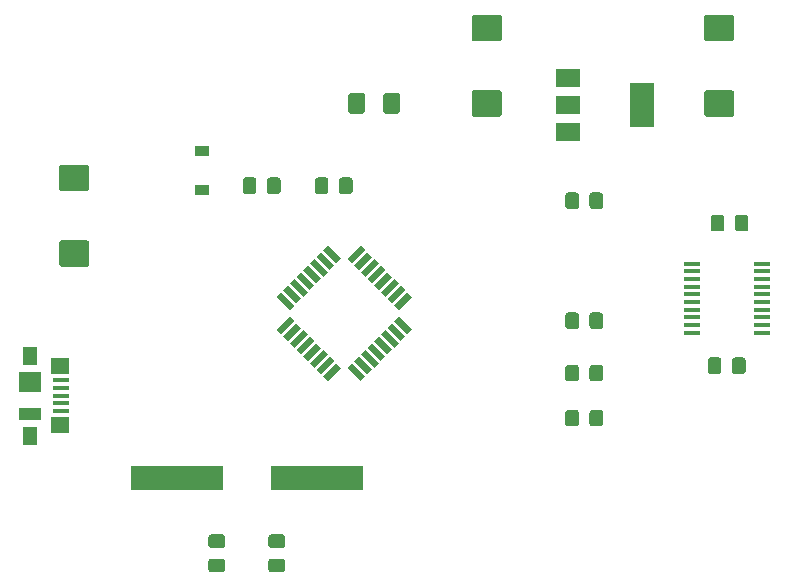
<source format=gbr>
%TF.GenerationSoftware,KiCad,Pcbnew,5.1.5-1.fc31*%
%TF.CreationDate,2020-04-02T16:35:23+02:00*%
%TF.ProjectId,avrisp-mkII-clone,61767269-7370-42d6-9d6b-49492d636c6f,1.0*%
%TF.SameCoordinates,PX54c81a0PY82ce540*%
%TF.FileFunction,Paste,Top*%
%TF.FilePolarity,Positive*%
%FSLAX46Y46*%
G04 Gerber Fmt 4.6, Leading zero omitted, Abs format (unit mm)*
G04 Created by KiCad (PCBNEW 5.1.5-1.fc31) date 2020-04-02 16:35:23*
%MOMM*%
%LPD*%
G04 APERTURE LIST*
%ADD10R,1.200000X0.900000*%
%ADD11C,0.150000*%
%ADD12R,1.380000X0.450000*%
%ADD13R,1.550000X1.425000*%
%ADD14R,1.300000X1.650000*%
%ADD15R,1.900000X1.800000*%
%ADD16R,1.900000X1.000000*%
%ADD17R,2.000000X3.800000*%
%ADD18R,2.000000X1.500000*%
%ADD19R,1.450000X0.450000*%
%ADD20R,7.875000X2.000000*%
G04 APERTURE END LIST*
D10*
%TO.C,D1*%
X15875000Y35180000D03*
X15875000Y38480000D03*
%TD*%
D11*
%TO.C,C9*%
G36*
X41054505Y50043796D02*
G01*
X41078773Y50040196D01*
X41102572Y50034235D01*
X41125671Y50025970D01*
X41147850Y50015480D01*
X41168893Y50002868D01*
X41188599Y49988253D01*
X41206777Y49971777D01*
X41223253Y49953599D01*
X41237868Y49933893D01*
X41250480Y49912850D01*
X41260970Y49890671D01*
X41269235Y49867572D01*
X41275196Y49843773D01*
X41278796Y49819505D01*
X41280000Y49795001D01*
X41280000Y48044999D01*
X41278796Y48020495D01*
X41275196Y47996227D01*
X41269235Y47972428D01*
X41260970Y47949329D01*
X41250480Y47927150D01*
X41237868Y47906107D01*
X41223253Y47886401D01*
X41206777Y47868223D01*
X41188599Y47851747D01*
X41168893Y47837132D01*
X41147850Y47824520D01*
X41125671Y47814030D01*
X41102572Y47805765D01*
X41078773Y47799804D01*
X41054505Y47796204D01*
X41030001Y47795000D01*
X38979999Y47795000D01*
X38955495Y47796204D01*
X38931227Y47799804D01*
X38907428Y47805765D01*
X38884329Y47814030D01*
X38862150Y47824520D01*
X38841107Y47837132D01*
X38821401Y47851747D01*
X38803223Y47868223D01*
X38786747Y47886401D01*
X38772132Y47906107D01*
X38759520Y47927150D01*
X38749030Y47949329D01*
X38740765Y47972428D01*
X38734804Y47996227D01*
X38731204Y48020495D01*
X38730000Y48044999D01*
X38730000Y49795001D01*
X38731204Y49819505D01*
X38734804Y49843773D01*
X38740765Y49867572D01*
X38749030Y49890671D01*
X38759520Y49912850D01*
X38772132Y49933893D01*
X38786747Y49953599D01*
X38803223Y49971777D01*
X38821401Y49988253D01*
X38841107Y50002868D01*
X38862150Y50015480D01*
X38884329Y50025970D01*
X38907428Y50034235D01*
X38931227Y50040196D01*
X38955495Y50043796D01*
X38979999Y50045000D01*
X41030001Y50045000D01*
X41054505Y50043796D01*
G37*
G36*
X41054505Y43643796D02*
G01*
X41078773Y43640196D01*
X41102572Y43634235D01*
X41125671Y43625970D01*
X41147850Y43615480D01*
X41168893Y43602868D01*
X41188599Y43588253D01*
X41206777Y43571777D01*
X41223253Y43553599D01*
X41237868Y43533893D01*
X41250480Y43512850D01*
X41260970Y43490671D01*
X41269235Y43467572D01*
X41275196Y43443773D01*
X41278796Y43419505D01*
X41280000Y43395001D01*
X41280000Y41644999D01*
X41278796Y41620495D01*
X41275196Y41596227D01*
X41269235Y41572428D01*
X41260970Y41549329D01*
X41250480Y41527150D01*
X41237868Y41506107D01*
X41223253Y41486401D01*
X41206777Y41468223D01*
X41188599Y41451747D01*
X41168893Y41437132D01*
X41147850Y41424520D01*
X41125671Y41414030D01*
X41102572Y41405765D01*
X41078773Y41399804D01*
X41054505Y41396204D01*
X41030001Y41395000D01*
X38979999Y41395000D01*
X38955495Y41396204D01*
X38931227Y41399804D01*
X38907428Y41405765D01*
X38884329Y41414030D01*
X38862150Y41424520D01*
X38841107Y41437132D01*
X38821401Y41451747D01*
X38803223Y41468223D01*
X38786747Y41486401D01*
X38772132Y41506107D01*
X38759520Y41527150D01*
X38749030Y41549329D01*
X38740765Y41572428D01*
X38734804Y41596227D01*
X38731204Y41620495D01*
X38730000Y41644999D01*
X38730000Y43395001D01*
X38731204Y43419505D01*
X38734804Y43443773D01*
X38740765Y43467572D01*
X38749030Y43490671D01*
X38759520Y43512850D01*
X38772132Y43533893D01*
X38786747Y43553599D01*
X38803223Y43571777D01*
X38821401Y43588253D01*
X38841107Y43602868D01*
X38862150Y43615480D01*
X38884329Y43625970D01*
X38907428Y43634235D01*
X38931227Y43640196D01*
X38955495Y43643796D01*
X38979999Y43645000D01*
X41030001Y43645000D01*
X41054505Y43643796D01*
G37*
%TD*%
%TO.C,C8*%
G36*
X60739505Y50043796D02*
G01*
X60763773Y50040196D01*
X60787572Y50034235D01*
X60810671Y50025970D01*
X60832850Y50015480D01*
X60853893Y50002868D01*
X60873599Y49988253D01*
X60891777Y49971777D01*
X60908253Y49953599D01*
X60922868Y49933893D01*
X60935480Y49912850D01*
X60945970Y49890671D01*
X60954235Y49867572D01*
X60960196Y49843773D01*
X60963796Y49819505D01*
X60965000Y49795001D01*
X60965000Y48044999D01*
X60963796Y48020495D01*
X60960196Y47996227D01*
X60954235Y47972428D01*
X60945970Y47949329D01*
X60935480Y47927150D01*
X60922868Y47906107D01*
X60908253Y47886401D01*
X60891777Y47868223D01*
X60873599Y47851747D01*
X60853893Y47837132D01*
X60832850Y47824520D01*
X60810671Y47814030D01*
X60787572Y47805765D01*
X60763773Y47799804D01*
X60739505Y47796204D01*
X60715001Y47795000D01*
X58664999Y47795000D01*
X58640495Y47796204D01*
X58616227Y47799804D01*
X58592428Y47805765D01*
X58569329Y47814030D01*
X58547150Y47824520D01*
X58526107Y47837132D01*
X58506401Y47851747D01*
X58488223Y47868223D01*
X58471747Y47886401D01*
X58457132Y47906107D01*
X58444520Y47927150D01*
X58434030Y47949329D01*
X58425765Y47972428D01*
X58419804Y47996227D01*
X58416204Y48020495D01*
X58415000Y48044999D01*
X58415000Y49795001D01*
X58416204Y49819505D01*
X58419804Y49843773D01*
X58425765Y49867572D01*
X58434030Y49890671D01*
X58444520Y49912850D01*
X58457132Y49933893D01*
X58471747Y49953599D01*
X58488223Y49971777D01*
X58506401Y49988253D01*
X58526107Y50002868D01*
X58547150Y50015480D01*
X58569329Y50025970D01*
X58592428Y50034235D01*
X58616227Y50040196D01*
X58640495Y50043796D01*
X58664999Y50045000D01*
X60715001Y50045000D01*
X60739505Y50043796D01*
G37*
G36*
X60739505Y43643796D02*
G01*
X60763773Y43640196D01*
X60787572Y43634235D01*
X60810671Y43625970D01*
X60832850Y43615480D01*
X60853893Y43602868D01*
X60873599Y43588253D01*
X60891777Y43571777D01*
X60908253Y43553599D01*
X60922868Y43533893D01*
X60935480Y43512850D01*
X60945970Y43490671D01*
X60954235Y43467572D01*
X60960196Y43443773D01*
X60963796Y43419505D01*
X60965000Y43395001D01*
X60965000Y41644999D01*
X60963796Y41620495D01*
X60960196Y41596227D01*
X60954235Y41572428D01*
X60945970Y41549329D01*
X60935480Y41527150D01*
X60922868Y41506107D01*
X60908253Y41486401D01*
X60891777Y41468223D01*
X60873599Y41451747D01*
X60853893Y41437132D01*
X60832850Y41424520D01*
X60810671Y41414030D01*
X60787572Y41405765D01*
X60763773Y41399804D01*
X60739505Y41396204D01*
X60715001Y41395000D01*
X58664999Y41395000D01*
X58640495Y41396204D01*
X58616227Y41399804D01*
X58592428Y41405765D01*
X58569329Y41414030D01*
X58547150Y41424520D01*
X58526107Y41437132D01*
X58506401Y41451747D01*
X58488223Y41468223D01*
X58471747Y41486401D01*
X58457132Y41506107D01*
X58444520Y41527150D01*
X58434030Y41549329D01*
X58425765Y41572428D01*
X58419804Y41596227D01*
X58416204Y41620495D01*
X58415000Y41644999D01*
X58415000Y43395001D01*
X58416204Y43419505D01*
X58419804Y43443773D01*
X58425765Y43467572D01*
X58434030Y43490671D01*
X58444520Y43512850D01*
X58457132Y43533893D01*
X58471747Y43553599D01*
X58488223Y43571777D01*
X58506401Y43588253D01*
X58526107Y43602868D01*
X58547150Y43615480D01*
X58569329Y43625970D01*
X58592428Y43634235D01*
X58616227Y43640196D01*
X58640495Y43643796D01*
X58664999Y43645000D01*
X60715001Y43645000D01*
X60739505Y43643796D01*
G37*
%TD*%
%TO.C,C6*%
G36*
X6129505Y30943796D02*
G01*
X6153773Y30940196D01*
X6177572Y30934235D01*
X6200671Y30925970D01*
X6222850Y30915480D01*
X6243893Y30902868D01*
X6263599Y30888253D01*
X6281777Y30871777D01*
X6298253Y30853599D01*
X6312868Y30833893D01*
X6325480Y30812850D01*
X6335970Y30790671D01*
X6344235Y30767572D01*
X6350196Y30743773D01*
X6353796Y30719505D01*
X6355000Y30695001D01*
X6355000Y28944999D01*
X6353796Y28920495D01*
X6350196Y28896227D01*
X6344235Y28872428D01*
X6335970Y28849329D01*
X6325480Y28827150D01*
X6312868Y28806107D01*
X6298253Y28786401D01*
X6281777Y28768223D01*
X6263599Y28751747D01*
X6243893Y28737132D01*
X6222850Y28724520D01*
X6200671Y28714030D01*
X6177572Y28705765D01*
X6153773Y28699804D01*
X6129505Y28696204D01*
X6105001Y28695000D01*
X4054999Y28695000D01*
X4030495Y28696204D01*
X4006227Y28699804D01*
X3982428Y28705765D01*
X3959329Y28714030D01*
X3937150Y28724520D01*
X3916107Y28737132D01*
X3896401Y28751747D01*
X3878223Y28768223D01*
X3861747Y28786401D01*
X3847132Y28806107D01*
X3834520Y28827150D01*
X3824030Y28849329D01*
X3815765Y28872428D01*
X3809804Y28896227D01*
X3806204Y28920495D01*
X3805000Y28944999D01*
X3805000Y30695001D01*
X3806204Y30719505D01*
X3809804Y30743773D01*
X3815765Y30767572D01*
X3824030Y30790671D01*
X3834520Y30812850D01*
X3847132Y30833893D01*
X3861747Y30853599D01*
X3878223Y30871777D01*
X3896401Y30888253D01*
X3916107Y30902868D01*
X3937150Y30915480D01*
X3959329Y30925970D01*
X3982428Y30934235D01*
X4006227Y30940196D01*
X4030495Y30943796D01*
X4054999Y30945000D01*
X6105001Y30945000D01*
X6129505Y30943796D01*
G37*
G36*
X6129505Y37343796D02*
G01*
X6153773Y37340196D01*
X6177572Y37334235D01*
X6200671Y37325970D01*
X6222850Y37315480D01*
X6243893Y37302868D01*
X6263599Y37288253D01*
X6281777Y37271777D01*
X6298253Y37253599D01*
X6312868Y37233893D01*
X6325480Y37212850D01*
X6335970Y37190671D01*
X6344235Y37167572D01*
X6350196Y37143773D01*
X6353796Y37119505D01*
X6355000Y37095001D01*
X6355000Y35344999D01*
X6353796Y35320495D01*
X6350196Y35296227D01*
X6344235Y35272428D01*
X6335970Y35249329D01*
X6325480Y35227150D01*
X6312868Y35206107D01*
X6298253Y35186401D01*
X6281777Y35168223D01*
X6263599Y35151747D01*
X6243893Y35137132D01*
X6222850Y35124520D01*
X6200671Y35114030D01*
X6177572Y35105765D01*
X6153773Y35099804D01*
X6129505Y35096204D01*
X6105001Y35095000D01*
X4054999Y35095000D01*
X4030495Y35096204D01*
X4006227Y35099804D01*
X3982428Y35105765D01*
X3959329Y35114030D01*
X3937150Y35124520D01*
X3916107Y35137132D01*
X3896401Y35151747D01*
X3878223Y35168223D01*
X3861747Y35186401D01*
X3847132Y35206107D01*
X3834520Y35227150D01*
X3824030Y35249329D01*
X3815765Y35272428D01*
X3809804Y35296227D01*
X3806204Y35320495D01*
X3805000Y35344999D01*
X3805000Y37095001D01*
X3806204Y37119505D01*
X3809804Y37143773D01*
X3815765Y37167572D01*
X3824030Y37190671D01*
X3834520Y37212850D01*
X3847132Y37233893D01*
X3861747Y37253599D01*
X3878223Y37271777D01*
X3896401Y37288253D01*
X3916107Y37302868D01*
X3937150Y37315480D01*
X3959329Y37325970D01*
X3982428Y37334235D01*
X4006227Y37340196D01*
X4030495Y37343796D01*
X4054999Y37345000D01*
X6105001Y37345000D01*
X6129505Y37343796D01*
G37*
%TD*%
%TO.C,C2*%
G36*
X17619505Y6043796D02*
G01*
X17643773Y6040196D01*
X17667572Y6034235D01*
X17690671Y6025970D01*
X17712850Y6015480D01*
X17733893Y6002868D01*
X17753599Y5988253D01*
X17771777Y5971777D01*
X17788253Y5953599D01*
X17802868Y5933893D01*
X17815480Y5912850D01*
X17825970Y5890671D01*
X17834235Y5867572D01*
X17840196Y5843773D01*
X17843796Y5819505D01*
X17845000Y5795001D01*
X17845000Y5144999D01*
X17843796Y5120495D01*
X17840196Y5096227D01*
X17834235Y5072428D01*
X17825970Y5049329D01*
X17815480Y5027150D01*
X17802868Y5006107D01*
X17788253Y4986401D01*
X17771777Y4968223D01*
X17753599Y4951747D01*
X17733893Y4937132D01*
X17712850Y4924520D01*
X17690671Y4914030D01*
X17667572Y4905765D01*
X17643773Y4899804D01*
X17619505Y4896204D01*
X17595001Y4895000D01*
X16694999Y4895000D01*
X16670495Y4896204D01*
X16646227Y4899804D01*
X16622428Y4905765D01*
X16599329Y4914030D01*
X16577150Y4924520D01*
X16556107Y4937132D01*
X16536401Y4951747D01*
X16518223Y4968223D01*
X16501747Y4986401D01*
X16487132Y5006107D01*
X16474520Y5027150D01*
X16464030Y5049329D01*
X16455765Y5072428D01*
X16449804Y5096227D01*
X16446204Y5120495D01*
X16445000Y5144999D01*
X16445000Y5795001D01*
X16446204Y5819505D01*
X16449804Y5843773D01*
X16455765Y5867572D01*
X16464030Y5890671D01*
X16474520Y5912850D01*
X16487132Y5933893D01*
X16501747Y5953599D01*
X16518223Y5971777D01*
X16536401Y5988253D01*
X16556107Y6002868D01*
X16577150Y6015480D01*
X16599329Y6025970D01*
X16622428Y6034235D01*
X16646227Y6040196D01*
X16670495Y6043796D01*
X16694999Y6045000D01*
X17595001Y6045000D01*
X17619505Y6043796D01*
G37*
G36*
X17619505Y3993796D02*
G01*
X17643773Y3990196D01*
X17667572Y3984235D01*
X17690671Y3975970D01*
X17712850Y3965480D01*
X17733893Y3952868D01*
X17753599Y3938253D01*
X17771777Y3921777D01*
X17788253Y3903599D01*
X17802868Y3883893D01*
X17815480Y3862850D01*
X17825970Y3840671D01*
X17834235Y3817572D01*
X17840196Y3793773D01*
X17843796Y3769505D01*
X17845000Y3745001D01*
X17845000Y3094999D01*
X17843796Y3070495D01*
X17840196Y3046227D01*
X17834235Y3022428D01*
X17825970Y2999329D01*
X17815480Y2977150D01*
X17802868Y2956107D01*
X17788253Y2936401D01*
X17771777Y2918223D01*
X17753599Y2901747D01*
X17733893Y2887132D01*
X17712850Y2874520D01*
X17690671Y2864030D01*
X17667572Y2855765D01*
X17643773Y2849804D01*
X17619505Y2846204D01*
X17595001Y2845000D01*
X16694999Y2845000D01*
X16670495Y2846204D01*
X16646227Y2849804D01*
X16622428Y2855765D01*
X16599329Y2864030D01*
X16577150Y2874520D01*
X16556107Y2887132D01*
X16536401Y2901747D01*
X16518223Y2918223D01*
X16501747Y2936401D01*
X16487132Y2956107D01*
X16474520Y2977150D01*
X16464030Y2999329D01*
X16455765Y3022428D01*
X16449804Y3046227D01*
X16446204Y3070495D01*
X16445000Y3094999D01*
X16445000Y3745001D01*
X16446204Y3769505D01*
X16449804Y3793773D01*
X16455765Y3817572D01*
X16464030Y3840671D01*
X16474520Y3862850D01*
X16487132Y3883893D01*
X16501747Y3903599D01*
X16518223Y3921777D01*
X16536401Y3938253D01*
X16556107Y3952868D01*
X16577150Y3965480D01*
X16599329Y3975970D01*
X16622428Y3984235D01*
X16646227Y3990196D01*
X16670495Y3993796D01*
X16694999Y3995000D01*
X17595001Y3995000D01*
X17619505Y3993796D01*
G37*
%TD*%
%TO.C,C3*%
G36*
X22699505Y6043796D02*
G01*
X22723773Y6040196D01*
X22747572Y6034235D01*
X22770671Y6025970D01*
X22792850Y6015480D01*
X22813893Y6002868D01*
X22833599Y5988253D01*
X22851777Y5971777D01*
X22868253Y5953599D01*
X22882868Y5933893D01*
X22895480Y5912850D01*
X22905970Y5890671D01*
X22914235Y5867572D01*
X22920196Y5843773D01*
X22923796Y5819505D01*
X22925000Y5795001D01*
X22925000Y5144999D01*
X22923796Y5120495D01*
X22920196Y5096227D01*
X22914235Y5072428D01*
X22905970Y5049329D01*
X22895480Y5027150D01*
X22882868Y5006107D01*
X22868253Y4986401D01*
X22851777Y4968223D01*
X22833599Y4951747D01*
X22813893Y4937132D01*
X22792850Y4924520D01*
X22770671Y4914030D01*
X22747572Y4905765D01*
X22723773Y4899804D01*
X22699505Y4896204D01*
X22675001Y4895000D01*
X21774999Y4895000D01*
X21750495Y4896204D01*
X21726227Y4899804D01*
X21702428Y4905765D01*
X21679329Y4914030D01*
X21657150Y4924520D01*
X21636107Y4937132D01*
X21616401Y4951747D01*
X21598223Y4968223D01*
X21581747Y4986401D01*
X21567132Y5006107D01*
X21554520Y5027150D01*
X21544030Y5049329D01*
X21535765Y5072428D01*
X21529804Y5096227D01*
X21526204Y5120495D01*
X21525000Y5144999D01*
X21525000Y5795001D01*
X21526204Y5819505D01*
X21529804Y5843773D01*
X21535765Y5867572D01*
X21544030Y5890671D01*
X21554520Y5912850D01*
X21567132Y5933893D01*
X21581747Y5953599D01*
X21598223Y5971777D01*
X21616401Y5988253D01*
X21636107Y6002868D01*
X21657150Y6015480D01*
X21679329Y6025970D01*
X21702428Y6034235D01*
X21726227Y6040196D01*
X21750495Y6043796D01*
X21774999Y6045000D01*
X22675001Y6045000D01*
X22699505Y6043796D01*
G37*
G36*
X22699505Y3993796D02*
G01*
X22723773Y3990196D01*
X22747572Y3984235D01*
X22770671Y3975970D01*
X22792850Y3965480D01*
X22813893Y3952868D01*
X22833599Y3938253D01*
X22851777Y3921777D01*
X22868253Y3903599D01*
X22882868Y3883893D01*
X22895480Y3862850D01*
X22905970Y3840671D01*
X22914235Y3817572D01*
X22920196Y3793773D01*
X22923796Y3769505D01*
X22925000Y3745001D01*
X22925000Y3094999D01*
X22923796Y3070495D01*
X22920196Y3046227D01*
X22914235Y3022428D01*
X22905970Y2999329D01*
X22895480Y2977150D01*
X22882868Y2956107D01*
X22868253Y2936401D01*
X22851777Y2918223D01*
X22833599Y2901747D01*
X22813893Y2887132D01*
X22792850Y2874520D01*
X22770671Y2864030D01*
X22747572Y2855765D01*
X22723773Y2849804D01*
X22699505Y2846204D01*
X22675001Y2845000D01*
X21774999Y2845000D01*
X21750495Y2846204D01*
X21726227Y2849804D01*
X21702428Y2855765D01*
X21679329Y2864030D01*
X21657150Y2874520D01*
X21636107Y2887132D01*
X21616401Y2901747D01*
X21598223Y2918223D01*
X21581747Y2936401D01*
X21567132Y2956107D01*
X21554520Y2977150D01*
X21544030Y2999329D01*
X21535765Y3022428D01*
X21529804Y3046227D01*
X21526204Y3070495D01*
X21525000Y3094999D01*
X21525000Y3745001D01*
X21526204Y3769505D01*
X21529804Y3793773D01*
X21535765Y3817572D01*
X21544030Y3840671D01*
X21554520Y3862850D01*
X21567132Y3883893D01*
X21581747Y3903599D01*
X21598223Y3921777D01*
X21616401Y3938253D01*
X21636107Y3952868D01*
X21657150Y3965480D01*
X21679329Y3975970D01*
X21702428Y3984235D01*
X21726227Y3990196D01*
X21750495Y3993796D01*
X21774999Y3995000D01*
X22675001Y3995000D01*
X22699505Y3993796D01*
G37*
%TD*%
%TO.C,C4*%
G36*
X20279505Y36258796D02*
G01*
X20303773Y36255196D01*
X20327572Y36249235D01*
X20350671Y36240970D01*
X20372850Y36230480D01*
X20393893Y36217868D01*
X20413599Y36203253D01*
X20431777Y36186777D01*
X20448253Y36168599D01*
X20462868Y36148893D01*
X20475480Y36127850D01*
X20485970Y36105671D01*
X20494235Y36082572D01*
X20500196Y36058773D01*
X20503796Y36034505D01*
X20505000Y36010001D01*
X20505000Y35109999D01*
X20503796Y35085495D01*
X20500196Y35061227D01*
X20494235Y35037428D01*
X20485970Y35014329D01*
X20475480Y34992150D01*
X20462868Y34971107D01*
X20448253Y34951401D01*
X20431777Y34933223D01*
X20413599Y34916747D01*
X20393893Y34902132D01*
X20372850Y34889520D01*
X20350671Y34879030D01*
X20327572Y34870765D01*
X20303773Y34864804D01*
X20279505Y34861204D01*
X20255001Y34860000D01*
X19604999Y34860000D01*
X19580495Y34861204D01*
X19556227Y34864804D01*
X19532428Y34870765D01*
X19509329Y34879030D01*
X19487150Y34889520D01*
X19466107Y34902132D01*
X19446401Y34916747D01*
X19428223Y34933223D01*
X19411747Y34951401D01*
X19397132Y34971107D01*
X19384520Y34992150D01*
X19374030Y35014329D01*
X19365765Y35037428D01*
X19359804Y35061227D01*
X19356204Y35085495D01*
X19355000Y35109999D01*
X19355000Y36010001D01*
X19356204Y36034505D01*
X19359804Y36058773D01*
X19365765Y36082572D01*
X19374030Y36105671D01*
X19384520Y36127850D01*
X19397132Y36148893D01*
X19411747Y36168599D01*
X19428223Y36186777D01*
X19446401Y36203253D01*
X19466107Y36217868D01*
X19487150Y36230480D01*
X19509329Y36240970D01*
X19532428Y36249235D01*
X19556227Y36255196D01*
X19580495Y36258796D01*
X19604999Y36260000D01*
X20255001Y36260000D01*
X20279505Y36258796D01*
G37*
G36*
X22329505Y36258796D02*
G01*
X22353773Y36255196D01*
X22377572Y36249235D01*
X22400671Y36240970D01*
X22422850Y36230480D01*
X22443893Y36217868D01*
X22463599Y36203253D01*
X22481777Y36186777D01*
X22498253Y36168599D01*
X22512868Y36148893D01*
X22525480Y36127850D01*
X22535970Y36105671D01*
X22544235Y36082572D01*
X22550196Y36058773D01*
X22553796Y36034505D01*
X22555000Y36010001D01*
X22555000Y35109999D01*
X22553796Y35085495D01*
X22550196Y35061227D01*
X22544235Y35037428D01*
X22535970Y35014329D01*
X22525480Y34992150D01*
X22512868Y34971107D01*
X22498253Y34951401D01*
X22481777Y34933223D01*
X22463599Y34916747D01*
X22443893Y34902132D01*
X22422850Y34889520D01*
X22400671Y34879030D01*
X22377572Y34870765D01*
X22353773Y34864804D01*
X22329505Y34861204D01*
X22305001Y34860000D01*
X21654999Y34860000D01*
X21630495Y34861204D01*
X21606227Y34864804D01*
X21582428Y34870765D01*
X21559329Y34879030D01*
X21537150Y34889520D01*
X21516107Y34902132D01*
X21496401Y34916747D01*
X21478223Y34933223D01*
X21461747Y34951401D01*
X21447132Y34971107D01*
X21434520Y34992150D01*
X21424030Y35014329D01*
X21415765Y35037428D01*
X21409804Y35061227D01*
X21406204Y35085495D01*
X21405000Y35109999D01*
X21405000Y36010001D01*
X21406204Y36034505D01*
X21409804Y36058773D01*
X21415765Y36082572D01*
X21424030Y36105671D01*
X21434520Y36127850D01*
X21447132Y36148893D01*
X21461747Y36168599D01*
X21478223Y36186777D01*
X21496401Y36203253D01*
X21516107Y36217868D01*
X21537150Y36230480D01*
X21559329Y36240970D01*
X21582428Y36249235D01*
X21606227Y36255196D01*
X21630495Y36258796D01*
X21654999Y36260000D01*
X22305001Y36260000D01*
X22329505Y36258796D01*
G37*
%TD*%
%TO.C,C5*%
G36*
X28434505Y36258796D02*
G01*
X28458773Y36255196D01*
X28482572Y36249235D01*
X28505671Y36240970D01*
X28527850Y36230480D01*
X28548893Y36217868D01*
X28568599Y36203253D01*
X28586777Y36186777D01*
X28603253Y36168599D01*
X28617868Y36148893D01*
X28630480Y36127850D01*
X28640970Y36105671D01*
X28649235Y36082572D01*
X28655196Y36058773D01*
X28658796Y36034505D01*
X28660000Y36010001D01*
X28660000Y35109999D01*
X28658796Y35085495D01*
X28655196Y35061227D01*
X28649235Y35037428D01*
X28640970Y35014329D01*
X28630480Y34992150D01*
X28617868Y34971107D01*
X28603253Y34951401D01*
X28586777Y34933223D01*
X28568599Y34916747D01*
X28548893Y34902132D01*
X28527850Y34889520D01*
X28505671Y34879030D01*
X28482572Y34870765D01*
X28458773Y34864804D01*
X28434505Y34861204D01*
X28410001Y34860000D01*
X27759999Y34860000D01*
X27735495Y34861204D01*
X27711227Y34864804D01*
X27687428Y34870765D01*
X27664329Y34879030D01*
X27642150Y34889520D01*
X27621107Y34902132D01*
X27601401Y34916747D01*
X27583223Y34933223D01*
X27566747Y34951401D01*
X27552132Y34971107D01*
X27539520Y34992150D01*
X27529030Y35014329D01*
X27520765Y35037428D01*
X27514804Y35061227D01*
X27511204Y35085495D01*
X27510000Y35109999D01*
X27510000Y36010001D01*
X27511204Y36034505D01*
X27514804Y36058773D01*
X27520765Y36082572D01*
X27529030Y36105671D01*
X27539520Y36127850D01*
X27552132Y36148893D01*
X27566747Y36168599D01*
X27583223Y36186777D01*
X27601401Y36203253D01*
X27621107Y36217868D01*
X27642150Y36230480D01*
X27664329Y36240970D01*
X27687428Y36249235D01*
X27711227Y36255196D01*
X27735495Y36258796D01*
X27759999Y36260000D01*
X28410001Y36260000D01*
X28434505Y36258796D01*
G37*
G36*
X26384505Y36258796D02*
G01*
X26408773Y36255196D01*
X26432572Y36249235D01*
X26455671Y36240970D01*
X26477850Y36230480D01*
X26498893Y36217868D01*
X26518599Y36203253D01*
X26536777Y36186777D01*
X26553253Y36168599D01*
X26567868Y36148893D01*
X26580480Y36127850D01*
X26590970Y36105671D01*
X26599235Y36082572D01*
X26605196Y36058773D01*
X26608796Y36034505D01*
X26610000Y36010001D01*
X26610000Y35109999D01*
X26608796Y35085495D01*
X26605196Y35061227D01*
X26599235Y35037428D01*
X26590970Y35014329D01*
X26580480Y34992150D01*
X26567868Y34971107D01*
X26553253Y34951401D01*
X26536777Y34933223D01*
X26518599Y34916747D01*
X26498893Y34902132D01*
X26477850Y34889520D01*
X26455671Y34879030D01*
X26432572Y34870765D01*
X26408773Y34864804D01*
X26384505Y34861204D01*
X26360001Y34860000D01*
X25709999Y34860000D01*
X25685495Y34861204D01*
X25661227Y34864804D01*
X25637428Y34870765D01*
X25614329Y34879030D01*
X25592150Y34889520D01*
X25571107Y34902132D01*
X25551401Y34916747D01*
X25533223Y34933223D01*
X25516747Y34951401D01*
X25502132Y34971107D01*
X25489520Y34992150D01*
X25479030Y35014329D01*
X25470765Y35037428D01*
X25464804Y35061227D01*
X25461204Y35085495D01*
X25460000Y35109999D01*
X25460000Y36010001D01*
X25461204Y36034505D01*
X25464804Y36058773D01*
X25470765Y36082572D01*
X25479030Y36105671D01*
X25489520Y36127850D01*
X25502132Y36148893D01*
X25516747Y36168599D01*
X25533223Y36186777D01*
X25551401Y36203253D01*
X25571107Y36217868D01*
X25592150Y36230480D01*
X25614329Y36240970D01*
X25637428Y36249235D01*
X25661227Y36255196D01*
X25685495Y36258796D01*
X25709999Y36260000D01*
X26360001Y36260000D01*
X26384505Y36258796D01*
G37*
%TD*%
%TO.C,C7*%
G36*
X59649505Y21018796D02*
G01*
X59673773Y21015196D01*
X59697572Y21009235D01*
X59720671Y21000970D01*
X59742850Y20990480D01*
X59763893Y20977868D01*
X59783599Y20963253D01*
X59801777Y20946777D01*
X59818253Y20928599D01*
X59832868Y20908893D01*
X59845480Y20887850D01*
X59855970Y20865671D01*
X59864235Y20842572D01*
X59870196Y20818773D01*
X59873796Y20794505D01*
X59875000Y20770001D01*
X59875000Y19869999D01*
X59873796Y19845495D01*
X59870196Y19821227D01*
X59864235Y19797428D01*
X59855970Y19774329D01*
X59845480Y19752150D01*
X59832868Y19731107D01*
X59818253Y19711401D01*
X59801777Y19693223D01*
X59783599Y19676747D01*
X59763893Y19662132D01*
X59742850Y19649520D01*
X59720671Y19639030D01*
X59697572Y19630765D01*
X59673773Y19624804D01*
X59649505Y19621204D01*
X59625001Y19620000D01*
X58974999Y19620000D01*
X58950495Y19621204D01*
X58926227Y19624804D01*
X58902428Y19630765D01*
X58879329Y19639030D01*
X58857150Y19649520D01*
X58836107Y19662132D01*
X58816401Y19676747D01*
X58798223Y19693223D01*
X58781747Y19711401D01*
X58767132Y19731107D01*
X58754520Y19752150D01*
X58744030Y19774329D01*
X58735765Y19797428D01*
X58729804Y19821227D01*
X58726204Y19845495D01*
X58725000Y19869999D01*
X58725000Y20770001D01*
X58726204Y20794505D01*
X58729804Y20818773D01*
X58735765Y20842572D01*
X58744030Y20865671D01*
X58754520Y20887850D01*
X58767132Y20908893D01*
X58781747Y20928599D01*
X58798223Y20946777D01*
X58816401Y20963253D01*
X58836107Y20977868D01*
X58857150Y20990480D01*
X58879329Y21000970D01*
X58902428Y21009235D01*
X58926227Y21015196D01*
X58950495Y21018796D01*
X58974999Y21020000D01*
X59625001Y21020000D01*
X59649505Y21018796D01*
G37*
G36*
X61699505Y21018796D02*
G01*
X61723773Y21015196D01*
X61747572Y21009235D01*
X61770671Y21000970D01*
X61792850Y20990480D01*
X61813893Y20977868D01*
X61833599Y20963253D01*
X61851777Y20946777D01*
X61868253Y20928599D01*
X61882868Y20908893D01*
X61895480Y20887850D01*
X61905970Y20865671D01*
X61914235Y20842572D01*
X61920196Y20818773D01*
X61923796Y20794505D01*
X61925000Y20770001D01*
X61925000Y19869999D01*
X61923796Y19845495D01*
X61920196Y19821227D01*
X61914235Y19797428D01*
X61905970Y19774329D01*
X61895480Y19752150D01*
X61882868Y19731107D01*
X61868253Y19711401D01*
X61851777Y19693223D01*
X61833599Y19676747D01*
X61813893Y19662132D01*
X61792850Y19649520D01*
X61770671Y19639030D01*
X61747572Y19630765D01*
X61723773Y19624804D01*
X61699505Y19621204D01*
X61675001Y19620000D01*
X61024999Y19620000D01*
X61000495Y19621204D01*
X60976227Y19624804D01*
X60952428Y19630765D01*
X60929329Y19639030D01*
X60907150Y19649520D01*
X60886107Y19662132D01*
X60866401Y19676747D01*
X60848223Y19693223D01*
X60831747Y19711401D01*
X60817132Y19731107D01*
X60804520Y19752150D01*
X60794030Y19774329D01*
X60785765Y19797428D01*
X60779804Y19821227D01*
X60776204Y19845495D01*
X60775000Y19869999D01*
X60775000Y20770001D01*
X60776204Y20794505D01*
X60779804Y20818773D01*
X60785765Y20842572D01*
X60794030Y20865671D01*
X60804520Y20887850D01*
X60817132Y20908893D01*
X60831747Y20928599D01*
X60848223Y20946777D01*
X60866401Y20963253D01*
X60886107Y20977868D01*
X60907150Y20990480D01*
X60929329Y21000970D01*
X60952428Y21009235D01*
X60976227Y21015196D01*
X61000495Y21018796D01*
X61024999Y21020000D01*
X61675001Y21020000D01*
X61699505Y21018796D01*
G37*
%TD*%
%TO.C,C10*%
G36*
X59894505Y33083796D02*
G01*
X59918773Y33080196D01*
X59942572Y33074235D01*
X59965671Y33065970D01*
X59987850Y33055480D01*
X60008893Y33042868D01*
X60028599Y33028253D01*
X60046777Y33011777D01*
X60063253Y32993599D01*
X60077868Y32973893D01*
X60090480Y32952850D01*
X60100970Y32930671D01*
X60109235Y32907572D01*
X60115196Y32883773D01*
X60118796Y32859505D01*
X60120000Y32835001D01*
X60120000Y31934999D01*
X60118796Y31910495D01*
X60115196Y31886227D01*
X60109235Y31862428D01*
X60100970Y31839329D01*
X60090480Y31817150D01*
X60077868Y31796107D01*
X60063253Y31776401D01*
X60046777Y31758223D01*
X60028599Y31741747D01*
X60008893Y31727132D01*
X59987850Y31714520D01*
X59965671Y31704030D01*
X59942572Y31695765D01*
X59918773Y31689804D01*
X59894505Y31686204D01*
X59870001Y31685000D01*
X59219999Y31685000D01*
X59195495Y31686204D01*
X59171227Y31689804D01*
X59147428Y31695765D01*
X59124329Y31704030D01*
X59102150Y31714520D01*
X59081107Y31727132D01*
X59061401Y31741747D01*
X59043223Y31758223D01*
X59026747Y31776401D01*
X59012132Y31796107D01*
X58999520Y31817150D01*
X58989030Y31839329D01*
X58980765Y31862428D01*
X58974804Y31886227D01*
X58971204Y31910495D01*
X58970000Y31934999D01*
X58970000Y32835001D01*
X58971204Y32859505D01*
X58974804Y32883773D01*
X58980765Y32907572D01*
X58989030Y32930671D01*
X58999520Y32952850D01*
X59012132Y32973893D01*
X59026747Y32993599D01*
X59043223Y33011777D01*
X59061401Y33028253D01*
X59081107Y33042868D01*
X59102150Y33055480D01*
X59124329Y33065970D01*
X59147428Y33074235D01*
X59171227Y33080196D01*
X59195495Y33083796D01*
X59219999Y33085000D01*
X59870001Y33085000D01*
X59894505Y33083796D01*
G37*
G36*
X61944505Y33083796D02*
G01*
X61968773Y33080196D01*
X61992572Y33074235D01*
X62015671Y33065970D01*
X62037850Y33055480D01*
X62058893Y33042868D01*
X62078599Y33028253D01*
X62096777Y33011777D01*
X62113253Y32993599D01*
X62127868Y32973893D01*
X62140480Y32952850D01*
X62150970Y32930671D01*
X62159235Y32907572D01*
X62165196Y32883773D01*
X62168796Y32859505D01*
X62170000Y32835001D01*
X62170000Y31934999D01*
X62168796Y31910495D01*
X62165196Y31886227D01*
X62159235Y31862428D01*
X62150970Y31839329D01*
X62140480Y31817150D01*
X62127868Y31796107D01*
X62113253Y31776401D01*
X62096777Y31758223D01*
X62078599Y31741747D01*
X62058893Y31727132D01*
X62037850Y31714520D01*
X62015671Y31704030D01*
X61992572Y31695765D01*
X61968773Y31689804D01*
X61944505Y31686204D01*
X61920001Y31685000D01*
X61269999Y31685000D01*
X61245495Y31686204D01*
X61221227Y31689804D01*
X61197428Y31695765D01*
X61174329Y31704030D01*
X61152150Y31714520D01*
X61131107Y31727132D01*
X61111401Y31741747D01*
X61093223Y31758223D01*
X61076747Y31776401D01*
X61062132Y31796107D01*
X61049520Y31817150D01*
X61039030Y31839329D01*
X61030765Y31862428D01*
X61024804Y31886227D01*
X61021204Y31910495D01*
X61020000Y31934999D01*
X61020000Y32835001D01*
X61021204Y32859505D01*
X61024804Y32883773D01*
X61030765Y32907572D01*
X61039030Y32930671D01*
X61049520Y32952850D01*
X61062132Y32973893D01*
X61076747Y32993599D01*
X61093223Y33011777D01*
X61111401Y33028253D01*
X61131107Y33042868D01*
X61152150Y33055480D01*
X61174329Y33065970D01*
X61197428Y33074235D01*
X61221227Y33080196D01*
X61245495Y33083796D01*
X61269999Y33085000D01*
X61920001Y33085000D01*
X61944505Y33083796D01*
G37*
%TD*%
%TO.C,FB1*%
G36*
X32454504Y43418796D02*
G01*
X32478773Y43415196D01*
X32502571Y43409235D01*
X32525671Y43400970D01*
X32547849Y43390480D01*
X32568893Y43377867D01*
X32588598Y43363253D01*
X32606777Y43346777D01*
X32623253Y43328598D01*
X32637867Y43308893D01*
X32650480Y43287849D01*
X32660970Y43265671D01*
X32669235Y43242571D01*
X32675196Y43218773D01*
X32678796Y43194504D01*
X32680000Y43170000D01*
X32680000Y41920000D01*
X32678796Y41895496D01*
X32675196Y41871227D01*
X32669235Y41847429D01*
X32660970Y41824329D01*
X32650480Y41802151D01*
X32637867Y41781107D01*
X32623253Y41761402D01*
X32606777Y41743223D01*
X32588598Y41726747D01*
X32568893Y41712133D01*
X32547849Y41699520D01*
X32525671Y41689030D01*
X32502571Y41680765D01*
X32478773Y41674804D01*
X32454504Y41671204D01*
X32430000Y41670000D01*
X31505000Y41670000D01*
X31480496Y41671204D01*
X31456227Y41674804D01*
X31432429Y41680765D01*
X31409329Y41689030D01*
X31387151Y41699520D01*
X31366107Y41712133D01*
X31346402Y41726747D01*
X31328223Y41743223D01*
X31311747Y41761402D01*
X31297133Y41781107D01*
X31284520Y41802151D01*
X31274030Y41824329D01*
X31265765Y41847429D01*
X31259804Y41871227D01*
X31256204Y41895496D01*
X31255000Y41920000D01*
X31255000Y43170000D01*
X31256204Y43194504D01*
X31259804Y43218773D01*
X31265765Y43242571D01*
X31274030Y43265671D01*
X31284520Y43287849D01*
X31297133Y43308893D01*
X31311747Y43328598D01*
X31328223Y43346777D01*
X31346402Y43363253D01*
X31366107Y43377867D01*
X31387151Y43390480D01*
X31409329Y43400970D01*
X31432429Y43409235D01*
X31456227Y43415196D01*
X31480496Y43418796D01*
X31505000Y43420000D01*
X32430000Y43420000D01*
X32454504Y43418796D01*
G37*
G36*
X29479504Y43418796D02*
G01*
X29503773Y43415196D01*
X29527571Y43409235D01*
X29550671Y43400970D01*
X29572849Y43390480D01*
X29593893Y43377867D01*
X29613598Y43363253D01*
X29631777Y43346777D01*
X29648253Y43328598D01*
X29662867Y43308893D01*
X29675480Y43287849D01*
X29685970Y43265671D01*
X29694235Y43242571D01*
X29700196Y43218773D01*
X29703796Y43194504D01*
X29705000Y43170000D01*
X29705000Y41920000D01*
X29703796Y41895496D01*
X29700196Y41871227D01*
X29694235Y41847429D01*
X29685970Y41824329D01*
X29675480Y41802151D01*
X29662867Y41781107D01*
X29648253Y41761402D01*
X29631777Y41743223D01*
X29613598Y41726747D01*
X29593893Y41712133D01*
X29572849Y41699520D01*
X29550671Y41689030D01*
X29527571Y41680765D01*
X29503773Y41674804D01*
X29479504Y41671204D01*
X29455000Y41670000D01*
X28530000Y41670000D01*
X28505496Y41671204D01*
X28481227Y41674804D01*
X28457429Y41680765D01*
X28434329Y41689030D01*
X28412151Y41699520D01*
X28391107Y41712133D01*
X28371402Y41726747D01*
X28353223Y41743223D01*
X28336747Y41761402D01*
X28322133Y41781107D01*
X28309520Y41802151D01*
X28299030Y41824329D01*
X28290765Y41847429D01*
X28284804Y41871227D01*
X28281204Y41895496D01*
X28280000Y41920000D01*
X28280000Y43170000D01*
X28281204Y43194504D01*
X28284804Y43218773D01*
X28290765Y43242571D01*
X28299030Y43265671D01*
X28309520Y43287849D01*
X28322133Y43308893D01*
X28336747Y43328598D01*
X28353223Y43346777D01*
X28371402Y43363253D01*
X28391107Y43377867D01*
X28412151Y43390480D01*
X28434329Y43400970D01*
X28457429Y43409235D01*
X28481227Y43415196D01*
X28505496Y43418796D01*
X28530000Y43420000D01*
X29455000Y43420000D01*
X29479504Y43418796D01*
G37*
%TD*%
D12*
%TO.C,J1*%
X4000000Y19080000D03*
X4000000Y18430000D03*
X4000000Y17780000D03*
X4000000Y17130000D03*
X4000000Y16480000D03*
D13*
X3915000Y20267500D03*
X3915000Y15292500D03*
D14*
X1340000Y21155000D03*
X1340000Y14405000D03*
D15*
X1340000Y18930000D03*
D16*
X1340000Y16230000D03*
%TD*%
D11*
%TO.C,R2*%
G36*
X47584505Y24828796D02*
G01*
X47608773Y24825196D01*
X47632572Y24819235D01*
X47655671Y24810970D01*
X47677850Y24800480D01*
X47698893Y24787868D01*
X47718599Y24773253D01*
X47736777Y24756777D01*
X47753253Y24738599D01*
X47767868Y24718893D01*
X47780480Y24697850D01*
X47790970Y24675671D01*
X47799235Y24652572D01*
X47805196Y24628773D01*
X47808796Y24604505D01*
X47810000Y24580001D01*
X47810000Y23679999D01*
X47808796Y23655495D01*
X47805196Y23631227D01*
X47799235Y23607428D01*
X47790970Y23584329D01*
X47780480Y23562150D01*
X47767868Y23541107D01*
X47753253Y23521401D01*
X47736777Y23503223D01*
X47718599Y23486747D01*
X47698893Y23472132D01*
X47677850Y23459520D01*
X47655671Y23449030D01*
X47632572Y23440765D01*
X47608773Y23434804D01*
X47584505Y23431204D01*
X47560001Y23430000D01*
X46909999Y23430000D01*
X46885495Y23431204D01*
X46861227Y23434804D01*
X46837428Y23440765D01*
X46814329Y23449030D01*
X46792150Y23459520D01*
X46771107Y23472132D01*
X46751401Y23486747D01*
X46733223Y23503223D01*
X46716747Y23521401D01*
X46702132Y23541107D01*
X46689520Y23562150D01*
X46679030Y23584329D01*
X46670765Y23607428D01*
X46664804Y23631227D01*
X46661204Y23655495D01*
X46660000Y23679999D01*
X46660000Y24580001D01*
X46661204Y24604505D01*
X46664804Y24628773D01*
X46670765Y24652572D01*
X46679030Y24675671D01*
X46689520Y24697850D01*
X46702132Y24718893D01*
X46716747Y24738599D01*
X46733223Y24756777D01*
X46751401Y24773253D01*
X46771107Y24787868D01*
X46792150Y24800480D01*
X46814329Y24810970D01*
X46837428Y24819235D01*
X46861227Y24825196D01*
X46885495Y24828796D01*
X46909999Y24830000D01*
X47560001Y24830000D01*
X47584505Y24828796D01*
G37*
G36*
X49634505Y24828796D02*
G01*
X49658773Y24825196D01*
X49682572Y24819235D01*
X49705671Y24810970D01*
X49727850Y24800480D01*
X49748893Y24787868D01*
X49768599Y24773253D01*
X49786777Y24756777D01*
X49803253Y24738599D01*
X49817868Y24718893D01*
X49830480Y24697850D01*
X49840970Y24675671D01*
X49849235Y24652572D01*
X49855196Y24628773D01*
X49858796Y24604505D01*
X49860000Y24580001D01*
X49860000Y23679999D01*
X49858796Y23655495D01*
X49855196Y23631227D01*
X49849235Y23607428D01*
X49840970Y23584329D01*
X49830480Y23562150D01*
X49817868Y23541107D01*
X49803253Y23521401D01*
X49786777Y23503223D01*
X49768599Y23486747D01*
X49748893Y23472132D01*
X49727850Y23459520D01*
X49705671Y23449030D01*
X49682572Y23440765D01*
X49658773Y23434804D01*
X49634505Y23431204D01*
X49610001Y23430000D01*
X48959999Y23430000D01*
X48935495Y23431204D01*
X48911227Y23434804D01*
X48887428Y23440765D01*
X48864329Y23449030D01*
X48842150Y23459520D01*
X48821107Y23472132D01*
X48801401Y23486747D01*
X48783223Y23503223D01*
X48766747Y23521401D01*
X48752132Y23541107D01*
X48739520Y23562150D01*
X48729030Y23584329D01*
X48720765Y23607428D01*
X48714804Y23631227D01*
X48711204Y23655495D01*
X48710000Y23679999D01*
X48710000Y24580001D01*
X48711204Y24604505D01*
X48714804Y24628773D01*
X48720765Y24652572D01*
X48729030Y24675671D01*
X48739520Y24697850D01*
X48752132Y24718893D01*
X48766747Y24738599D01*
X48783223Y24756777D01*
X48801401Y24773253D01*
X48821107Y24787868D01*
X48842150Y24800480D01*
X48864329Y24810970D01*
X48887428Y24819235D01*
X48911227Y24825196D01*
X48935495Y24828796D01*
X48959999Y24830000D01*
X49610001Y24830000D01*
X49634505Y24828796D01*
G37*
%TD*%
%TO.C,R5*%
G36*
X47584505Y34988796D02*
G01*
X47608773Y34985196D01*
X47632572Y34979235D01*
X47655671Y34970970D01*
X47677850Y34960480D01*
X47698893Y34947868D01*
X47718599Y34933253D01*
X47736777Y34916777D01*
X47753253Y34898599D01*
X47767868Y34878893D01*
X47780480Y34857850D01*
X47790970Y34835671D01*
X47799235Y34812572D01*
X47805196Y34788773D01*
X47808796Y34764505D01*
X47810000Y34740001D01*
X47810000Y33839999D01*
X47808796Y33815495D01*
X47805196Y33791227D01*
X47799235Y33767428D01*
X47790970Y33744329D01*
X47780480Y33722150D01*
X47767868Y33701107D01*
X47753253Y33681401D01*
X47736777Y33663223D01*
X47718599Y33646747D01*
X47698893Y33632132D01*
X47677850Y33619520D01*
X47655671Y33609030D01*
X47632572Y33600765D01*
X47608773Y33594804D01*
X47584505Y33591204D01*
X47560001Y33590000D01*
X46909999Y33590000D01*
X46885495Y33591204D01*
X46861227Y33594804D01*
X46837428Y33600765D01*
X46814329Y33609030D01*
X46792150Y33619520D01*
X46771107Y33632132D01*
X46751401Y33646747D01*
X46733223Y33663223D01*
X46716747Y33681401D01*
X46702132Y33701107D01*
X46689520Y33722150D01*
X46679030Y33744329D01*
X46670765Y33767428D01*
X46664804Y33791227D01*
X46661204Y33815495D01*
X46660000Y33839999D01*
X46660000Y34740001D01*
X46661204Y34764505D01*
X46664804Y34788773D01*
X46670765Y34812572D01*
X46679030Y34835671D01*
X46689520Y34857850D01*
X46702132Y34878893D01*
X46716747Y34898599D01*
X46733223Y34916777D01*
X46751401Y34933253D01*
X46771107Y34947868D01*
X46792150Y34960480D01*
X46814329Y34970970D01*
X46837428Y34979235D01*
X46861227Y34985196D01*
X46885495Y34988796D01*
X46909999Y34990000D01*
X47560001Y34990000D01*
X47584505Y34988796D01*
G37*
G36*
X49634505Y34988796D02*
G01*
X49658773Y34985196D01*
X49682572Y34979235D01*
X49705671Y34970970D01*
X49727850Y34960480D01*
X49748893Y34947868D01*
X49768599Y34933253D01*
X49786777Y34916777D01*
X49803253Y34898599D01*
X49817868Y34878893D01*
X49830480Y34857850D01*
X49840970Y34835671D01*
X49849235Y34812572D01*
X49855196Y34788773D01*
X49858796Y34764505D01*
X49860000Y34740001D01*
X49860000Y33839999D01*
X49858796Y33815495D01*
X49855196Y33791227D01*
X49849235Y33767428D01*
X49840970Y33744329D01*
X49830480Y33722150D01*
X49817868Y33701107D01*
X49803253Y33681401D01*
X49786777Y33663223D01*
X49768599Y33646747D01*
X49748893Y33632132D01*
X49727850Y33619520D01*
X49705671Y33609030D01*
X49682572Y33600765D01*
X49658773Y33594804D01*
X49634505Y33591204D01*
X49610001Y33590000D01*
X48959999Y33590000D01*
X48935495Y33591204D01*
X48911227Y33594804D01*
X48887428Y33600765D01*
X48864329Y33609030D01*
X48842150Y33619520D01*
X48821107Y33632132D01*
X48801401Y33646747D01*
X48783223Y33663223D01*
X48766747Y33681401D01*
X48752132Y33701107D01*
X48739520Y33722150D01*
X48729030Y33744329D01*
X48720765Y33767428D01*
X48714804Y33791227D01*
X48711204Y33815495D01*
X48710000Y33839999D01*
X48710000Y34740001D01*
X48711204Y34764505D01*
X48714804Y34788773D01*
X48720765Y34812572D01*
X48729030Y34835671D01*
X48739520Y34857850D01*
X48752132Y34878893D01*
X48766747Y34898599D01*
X48783223Y34916777D01*
X48801401Y34933253D01*
X48821107Y34947868D01*
X48842150Y34960480D01*
X48864329Y34970970D01*
X48887428Y34979235D01*
X48911227Y34985196D01*
X48935495Y34988796D01*
X48959999Y34990000D01*
X49610001Y34990000D01*
X49634505Y34988796D01*
G37*
%TD*%
%TO.C,R6*%
G36*
X47584505Y16573796D02*
G01*
X47608773Y16570196D01*
X47632572Y16564235D01*
X47655671Y16555970D01*
X47677850Y16545480D01*
X47698893Y16532868D01*
X47718599Y16518253D01*
X47736777Y16501777D01*
X47753253Y16483599D01*
X47767868Y16463893D01*
X47780480Y16442850D01*
X47790970Y16420671D01*
X47799235Y16397572D01*
X47805196Y16373773D01*
X47808796Y16349505D01*
X47810000Y16325001D01*
X47810000Y15424999D01*
X47808796Y15400495D01*
X47805196Y15376227D01*
X47799235Y15352428D01*
X47790970Y15329329D01*
X47780480Y15307150D01*
X47767868Y15286107D01*
X47753253Y15266401D01*
X47736777Y15248223D01*
X47718599Y15231747D01*
X47698893Y15217132D01*
X47677850Y15204520D01*
X47655671Y15194030D01*
X47632572Y15185765D01*
X47608773Y15179804D01*
X47584505Y15176204D01*
X47560001Y15175000D01*
X46909999Y15175000D01*
X46885495Y15176204D01*
X46861227Y15179804D01*
X46837428Y15185765D01*
X46814329Y15194030D01*
X46792150Y15204520D01*
X46771107Y15217132D01*
X46751401Y15231747D01*
X46733223Y15248223D01*
X46716747Y15266401D01*
X46702132Y15286107D01*
X46689520Y15307150D01*
X46679030Y15329329D01*
X46670765Y15352428D01*
X46664804Y15376227D01*
X46661204Y15400495D01*
X46660000Y15424999D01*
X46660000Y16325001D01*
X46661204Y16349505D01*
X46664804Y16373773D01*
X46670765Y16397572D01*
X46679030Y16420671D01*
X46689520Y16442850D01*
X46702132Y16463893D01*
X46716747Y16483599D01*
X46733223Y16501777D01*
X46751401Y16518253D01*
X46771107Y16532868D01*
X46792150Y16545480D01*
X46814329Y16555970D01*
X46837428Y16564235D01*
X46861227Y16570196D01*
X46885495Y16573796D01*
X46909999Y16575000D01*
X47560001Y16575000D01*
X47584505Y16573796D01*
G37*
G36*
X49634505Y16573796D02*
G01*
X49658773Y16570196D01*
X49682572Y16564235D01*
X49705671Y16555970D01*
X49727850Y16545480D01*
X49748893Y16532868D01*
X49768599Y16518253D01*
X49786777Y16501777D01*
X49803253Y16483599D01*
X49817868Y16463893D01*
X49830480Y16442850D01*
X49840970Y16420671D01*
X49849235Y16397572D01*
X49855196Y16373773D01*
X49858796Y16349505D01*
X49860000Y16325001D01*
X49860000Y15424999D01*
X49858796Y15400495D01*
X49855196Y15376227D01*
X49849235Y15352428D01*
X49840970Y15329329D01*
X49830480Y15307150D01*
X49817868Y15286107D01*
X49803253Y15266401D01*
X49786777Y15248223D01*
X49768599Y15231747D01*
X49748893Y15217132D01*
X49727850Y15204520D01*
X49705671Y15194030D01*
X49682572Y15185765D01*
X49658773Y15179804D01*
X49634505Y15176204D01*
X49610001Y15175000D01*
X48959999Y15175000D01*
X48935495Y15176204D01*
X48911227Y15179804D01*
X48887428Y15185765D01*
X48864329Y15194030D01*
X48842150Y15204520D01*
X48821107Y15217132D01*
X48801401Y15231747D01*
X48783223Y15248223D01*
X48766747Y15266401D01*
X48752132Y15286107D01*
X48739520Y15307150D01*
X48729030Y15329329D01*
X48720765Y15352428D01*
X48714804Y15376227D01*
X48711204Y15400495D01*
X48710000Y15424999D01*
X48710000Y16325001D01*
X48711204Y16349505D01*
X48714804Y16373773D01*
X48720765Y16397572D01*
X48729030Y16420671D01*
X48739520Y16442850D01*
X48752132Y16463893D01*
X48766747Y16483599D01*
X48783223Y16501777D01*
X48801401Y16518253D01*
X48821107Y16532868D01*
X48842150Y16545480D01*
X48864329Y16555970D01*
X48887428Y16564235D01*
X48911227Y16570196D01*
X48935495Y16573796D01*
X48959999Y16575000D01*
X49610001Y16575000D01*
X49634505Y16573796D01*
G37*
%TD*%
%TO.C,R7*%
G36*
X47584505Y20383796D02*
G01*
X47608773Y20380196D01*
X47632572Y20374235D01*
X47655671Y20365970D01*
X47677850Y20355480D01*
X47698893Y20342868D01*
X47718599Y20328253D01*
X47736777Y20311777D01*
X47753253Y20293599D01*
X47767868Y20273893D01*
X47780480Y20252850D01*
X47790970Y20230671D01*
X47799235Y20207572D01*
X47805196Y20183773D01*
X47808796Y20159505D01*
X47810000Y20135001D01*
X47810000Y19234999D01*
X47808796Y19210495D01*
X47805196Y19186227D01*
X47799235Y19162428D01*
X47790970Y19139329D01*
X47780480Y19117150D01*
X47767868Y19096107D01*
X47753253Y19076401D01*
X47736777Y19058223D01*
X47718599Y19041747D01*
X47698893Y19027132D01*
X47677850Y19014520D01*
X47655671Y19004030D01*
X47632572Y18995765D01*
X47608773Y18989804D01*
X47584505Y18986204D01*
X47560001Y18985000D01*
X46909999Y18985000D01*
X46885495Y18986204D01*
X46861227Y18989804D01*
X46837428Y18995765D01*
X46814329Y19004030D01*
X46792150Y19014520D01*
X46771107Y19027132D01*
X46751401Y19041747D01*
X46733223Y19058223D01*
X46716747Y19076401D01*
X46702132Y19096107D01*
X46689520Y19117150D01*
X46679030Y19139329D01*
X46670765Y19162428D01*
X46664804Y19186227D01*
X46661204Y19210495D01*
X46660000Y19234999D01*
X46660000Y20135001D01*
X46661204Y20159505D01*
X46664804Y20183773D01*
X46670765Y20207572D01*
X46679030Y20230671D01*
X46689520Y20252850D01*
X46702132Y20273893D01*
X46716747Y20293599D01*
X46733223Y20311777D01*
X46751401Y20328253D01*
X46771107Y20342868D01*
X46792150Y20355480D01*
X46814329Y20365970D01*
X46837428Y20374235D01*
X46861227Y20380196D01*
X46885495Y20383796D01*
X46909999Y20385000D01*
X47560001Y20385000D01*
X47584505Y20383796D01*
G37*
G36*
X49634505Y20383796D02*
G01*
X49658773Y20380196D01*
X49682572Y20374235D01*
X49705671Y20365970D01*
X49727850Y20355480D01*
X49748893Y20342868D01*
X49768599Y20328253D01*
X49786777Y20311777D01*
X49803253Y20293599D01*
X49817868Y20273893D01*
X49830480Y20252850D01*
X49840970Y20230671D01*
X49849235Y20207572D01*
X49855196Y20183773D01*
X49858796Y20159505D01*
X49860000Y20135001D01*
X49860000Y19234999D01*
X49858796Y19210495D01*
X49855196Y19186227D01*
X49849235Y19162428D01*
X49840970Y19139329D01*
X49830480Y19117150D01*
X49817868Y19096107D01*
X49803253Y19076401D01*
X49786777Y19058223D01*
X49768599Y19041747D01*
X49748893Y19027132D01*
X49727850Y19014520D01*
X49705671Y19004030D01*
X49682572Y18995765D01*
X49658773Y18989804D01*
X49634505Y18986204D01*
X49610001Y18985000D01*
X48959999Y18985000D01*
X48935495Y18986204D01*
X48911227Y18989804D01*
X48887428Y18995765D01*
X48864329Y19004030D01*
X48842150Y19014520D01*
X48821107Y19027132D01*
X48801401Y19041747D01*
X48783223Y19058223D01*
X48766747Y19076401D01*
X48752132Y19096107D01*
X48739520Y19117150D01*
X48729030Y19139329D01*
X48720765Y19162428D01*
X48714804Y19186227D01*
X48711204Y19210495D01*
X48710000Y19234999D01*
X48710000Y20135001D01*
X48711204Y20159505D01*
X48714804Y20183773D01*
X48720765Y20207572D01*
X48729030Y20230671D01*
X48739520Y20252850D01*
X48752132Y20273893D01*
X48766747Y20293599D01*
X48783223Y20311777D01*
X48801401Y20328253D01*
X48821107Y20342868D01*
X48842150Y20355480D01*
X48864329Y20365970D01*
X48887428Y20374235D01*
X48911227Y20380196D01*
X48935495Y20383796D01*
X48959999Y20385000D01*
X49610001Y20385000D01*
X49634505Y20383796D01*
G37*
%TD*%
%TO.C,U1*%
G36*
X22583666Y22979555D02*
G01*
X22194757Y23368464D01*
X23326128Y24499835D01*
X23715037Y24110926D01*
X22583666Y22979555D01*
G37*
G36*
X23149352Y22413870D02*
G01*
X22760443Y22802779D01*
X23891814Y23934150D01*
X24280723Y23545241D01*
X23149352Y22413870D01*
G37*
G36*
X23715037Y21848184D02*
G01*
X23326128Y22237093D01*
X24457499Y23368464D01*
X24846408Y22979555D01*
X23715037Y21848184D01*
G37*
G36*
X24280722Y21282499D02*
G01*
X23891813Y21671408D01*
X25023184Y22802779D01*
X25412093Y22413870D01*
X24280722Y21282499D01*
G37*
G36*
X24846408Y20716813D02*
G01*
X24457499Y21105722D01*
X25588870Y22237093D01*
X25977779Y21848184D01*
X24846408Y20716813D01*
G37*
G36*
X25412093Y20151128D02*
G01*
X25023184Y20540037D01*
X26154555Y21671408D01*
X26543464Y21282499D01*
X25412093Y20151128D01*
G37*
G36*
X25977779Y19585443D02*
G01*
X25588870Y19974352D01*
X26720241Y21105723D01*
X27109150Y20716814D01*
X25977779Y19585443D01*
G37*
G36*
X26543464Y19019757D02*
G01*
X26154555Y19408666D01*
X27285926Y20540037D01*
X27674835Y20151128D01*
X26543464Y19019757D01*
G37*
G36*
X29725445Y19408666D02*
G01*
X29336536Y19019757D01*
X28205165Y20151128D01*
X28594074Y20540037D01*
X29725445Y19408666D01*
G37*
G36*
X30291130Y19974352D02*
G01*
X29902221Y19585443D01*
X28770850Y20716814D01*
X29159759Y21105723D01*
X30291130Y19974352D01*
G37*
G36*
X30856816Y20540037D02*
G01*
X30467907Y20151128D01*
X29336536Y21282499D01*
X29725445Y21671408D01*
X30856816Y20540037D01*
G37*
G36*
X31422501Y21105722D02*
G01*
X31033592Y20716813D01*
X29902221Y21848184D01*
X30291130Y22237093D01*
X31422501Y21105722D01*
G37*
G36*
X31988187Y21671408D02*
G01*
X31599278Y21282499D01*
X30467907Y22413870D01*
X30856816Y22802779D01*
X31988187Y21671408D01*
G37*
G36*
X32553872Y22237093D02*
G01*
X32164963Y21848184D01*
X31033592Y22979555D01*
X31422501Y23368464D01*
X32553872Y22237093D01*
G37*
G36*
X33119557Y22802779D02*
G01*
X32730648Y22413870D01*
X31599277Y23545241D01*
X31988186Y23934150D01*
X33119557Y22802779D01*
G37*
G36*
X33685243Y23368464D02*
G01*
X33296334Y22979555D01*
X32164963Y24110926D01*
X32553872Y24499835D01*
X33685243Y23368464D01*
G37*
G36*
X32553872Y25030165D02*
G01*
X32164963Y25419074D01*
X33296334Y26550445D01*
X33685243Y26161536D01*
X32553872Y25030165D01*
G37*
G36*
X31988186Y25595850D02*
G01*
X31599277Y25984759D01*
X32730648Y27116130D01*
X33119557Y26727221D01*
X31988186Y25595850D01*
G37*
G36*
X31422501Y26161536D02*
G01*
X31033592Y26550445D01*
X32164963Y27681816D01*
X32553872Y27292907D01*
X31422501Y26161536D01*
G37*
G36*
X30856816Y26727221D02*
G01*
X30467907Y27116130D01*
X31599278Y28247501D01*
X31988187Y27858592D01*
X30856816Y26727221D01*
G37*
G36*
X30291130Y27292907D02*
G01*
X29902221Y27681816D01*
X31033592Y28813187D01*
X31422501Y28424278D01*
X30291130Y27292907D01*
G37*
G36*
X29725445Y27858592D02*
G01*
X29336536Y28247501D01*
X30467907Y29378872D01*
X30856816Y28989963D01*
X29725445Y27858592D01*
G37*
G36*
X29159759Y28424277D02*
G01*
X28770850Y28813186D01*
X29902221Y29944557D01*
X30291130Y29555648D01*
X29159759Y28424277D01*
G37*
G36*
X28594074Y28989963D02*
G01*
X28205165Y29378872D01*
X29336536Y30510243D01*
X29725445Y30121334D01*
X28594074Y28989963D01*
G37*
G36*
X27674835Y29378872D02*
G01*
X27285926Y28989963D01*
X26154555Y30121334D01*
X26543464Y30510243D01*
X27674835Y29378872D01*
G37*
G36*
X27109150Y28813186D02*
G01*
X26720241Y28424277D01*
X25588870Y29555648D01*
X25977779Y29944557D01*
X27109150Y28813186D01*
G37*
G36*
X26543464Y28247501D02*
G01*
X26154555Y27858592D01*
X25023184Y28989963D01*
X25412093Y29378872D01*
X26543464Y28247501D01*
G37*
G36*
X25977779Y27681816D02*
G01*
X25588870Y27292907D01*
X24457499Y28424278D01*
X24846408Y28813187D01*
X25977779Y27681816D01*
G37*
G36*
X25412093Y27116130D02*
G01*
X25023184Y26727221D01*
X23891813Y27858592D01*
X24280722Y28247501D01*
X25412093Y27116130D01*
G37*
G36*
X24846408Y26550445D02*
G01*
X24457499Y26161536D01*
X23326128Y27292907D01*
X23715037Y27681816D01*
X24846408Y26550445D01*
G37*
G36*
X24280723Y25984759D02*
G01*
X23891814Y25595850D01*
X22760443Y26727221D01*
X23149352Y27116130D01*
X24280723Y25984759D01*
G37*
G36*
X23715037Y25419074D02*
G01*
X23326128Y25030165D01*
X22194757Y26161536D01*
X22583666Y26550445D01*
X23715037Y25419074D01*
G37*
%TD*%
D17*
%TO.C,U2*%
X53188000Y42418000D03*
D18*
X46888000Y42418000D03*
X46888000Y40118000D03*
X46888000Y44718000D03*
%TD*%
D19*
%TO.C,U3*%
X63275000Y23110000D03*
X63275000Y23760000D03*
X63275000Y24410000D03*
X63275000Y25060000D03*
X63275000Y25710000D03*
X63275000Y26360000D03*
X63275000Y27010000D03*
X63275000Y27660000D03*
X63275000Y28310000D03*
X63275000Y28960000D03*
X57375000Y28960000D03*
X57375000Y28310000D03*
X57375000Y27660000D03*
X57375000Y27010000D03*
X57375000Y26360000D03*
X57375000Y25710000D03*
X57375000Y25060000D03*
X57375000Y24410000D03*
X57375000Y23760000D03*
X57375000Y23110000D03*
%TD*%
D20*
%TO.C,Y1*%
X13747500Y10795000D03*
X25622500Y10795000D03*
%TD*%
M02*

</source>
